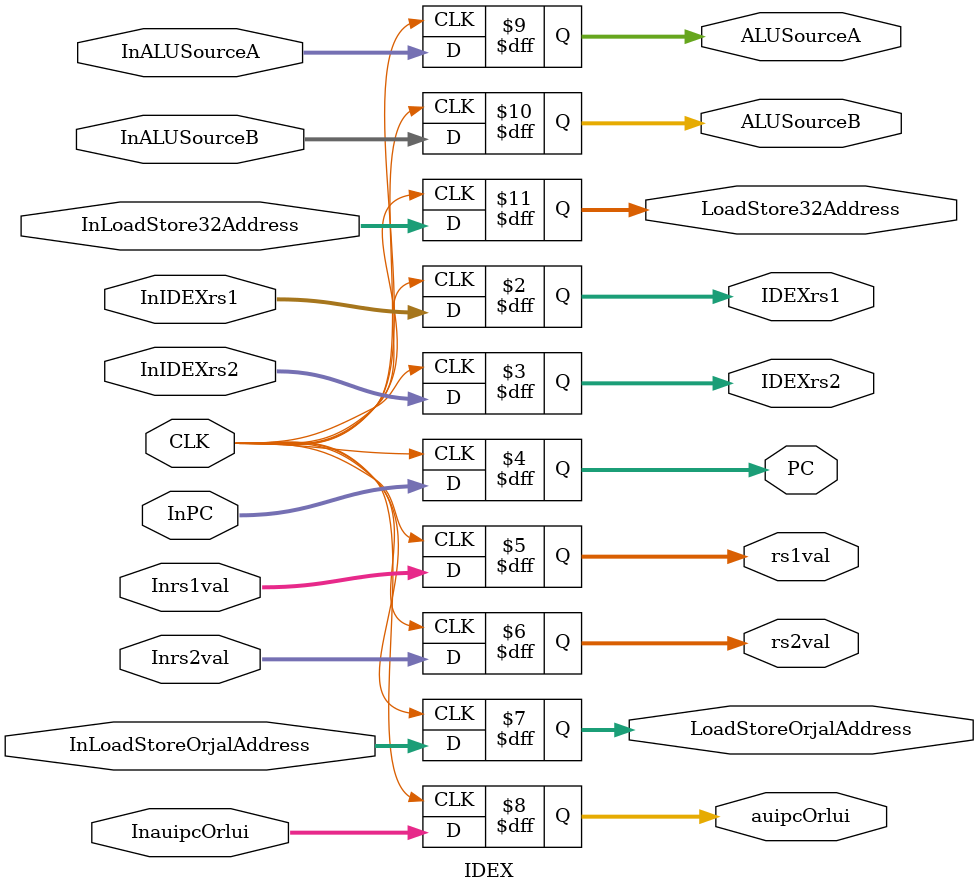
<source format=v>
module IDEX(
    CLK,
    InPC,
    Inrs1val,
    Inrs2val,
    InLoadStoreOrjalAddress,
    InauipcOrlui,
    InALUSourceA,
    InALUSourceB,
    InLoadStore32Address,
    PC,
    rs1val,
    rs2val,
    LoadStoreOrjalAddress,
    auipcOrlui,
    ALUSourceA,
    ALUSourceB,
    LoadStore32Address,
    InIDEXrs1,
    InIDEXrs2,
    IDEXrs1,
    IDEXrs2
);

input CLK;
input [31:0] InPC;
input [31:0] Inrs1val;
input [31:0] Inrs2val;
input [31:0] InLoadStoreOrjalAddress;
input [31:0] InauipcOrlui;
input [1:0] InALUSourceA;
input [2:0] InALUSourceB;
input [31:0] InLoadStore32Address;
input [4:0] InIDEXrs1;
input [4:0] InIDEXrs2;
output reg [4:0] IDEXrs1;
output reg [4:0] IDEXrs2;
output reg [31:0] PC;
output reg [31:0] rs1val;
output reg [31:0] rs2val;
output reg [31:0] LoadStoreOrjalAddress;
output reg [31:0] auipcOrlui;
output reg [1:0] ALUSourceA;
output reg [2:0] ALUSourceB;
output reg [31:0] LoadStore32Address;

always @(posedge CLK) begin
    PC <= InPC;
    rs1val <= Inrs1val;
    rs2val <= Inrs2val;
    LoadStoreOrjalAddress <= InLoadStoreOrjalAddress;
    auipcOrlui <= InauipcOrlui;
    ALUSourceA <= InALUSourceA;
    ALUSourceB <= InALUSourceB;
    LoadStore32Address <= InLoadStore32Address;
    IDEXrs1 <= InIDEXrs1;
    IDEXrs2 <= InIDEXrs2;
end

endmodule
</source>
